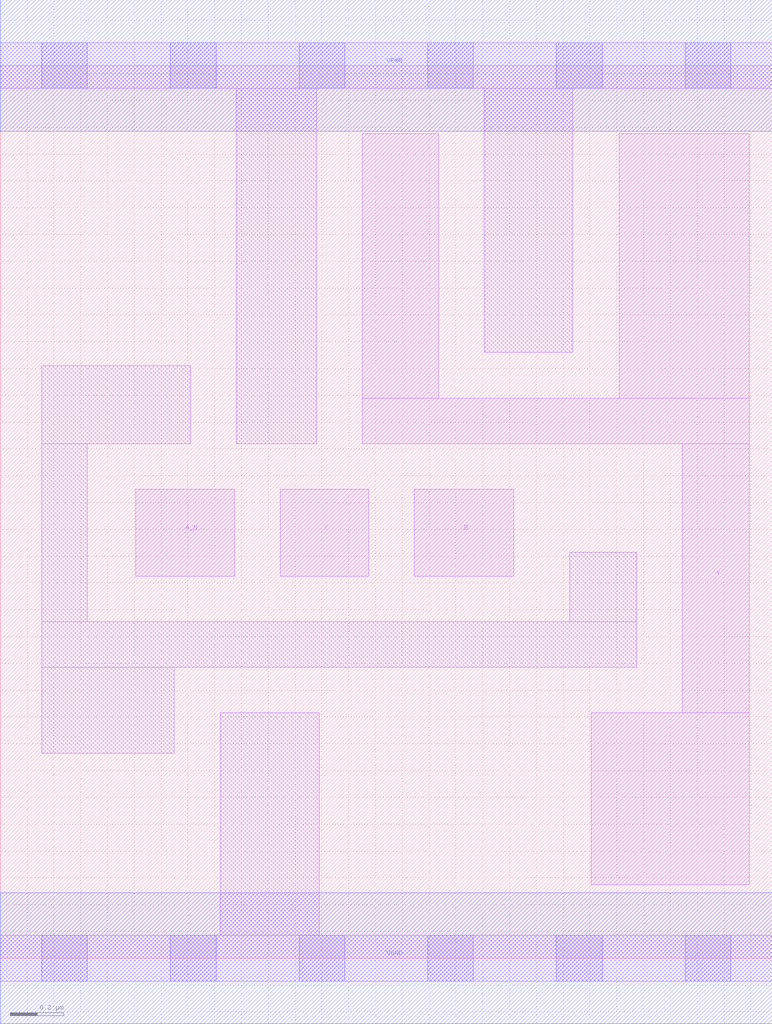
<source format=lef>
# Copyright 2020 The SkyWater PDK Authors
#
# Licensed under the Apache License, Version 2.0 (the "License");
# you may not use this file except in compliance with the License.
# You may obtain a copy of the License at
#
#     https://www.apache.org/licenses/LICENSE-2.0
#
# Unless required by applicable law or agreed to in writing, software
# distributed under the License is distributed on an "AS IS" BASIS,
# WITHOUT WARRANTIES OR CONDITIONS OF ANY KIND, either express or implied.
# See the License for the specific language governing permissions and
# limitations under the License.
#
# SPDX-License-Identifier: Apache-2.0

VERSION 5.7 ;
  NOWIREEXTENSIONATPIN ON ;
  DIVIDERCHAR "/" ;
  BUSBITCHARS "[]" ;
UNITS
  DATABASE MICRONS 200 ;
END UNITS
MACRO sky130_fd_sc_lp__nand3b_1
  CLASS CORE ;
  FOREIGN sky130_fd_sc_lp__nand3b_1 ;
  ORIGIN  0.000000  0.000000 ;
  SIZE  2.880000 BY  3.330000 ;
  SYMMETRY X Y R90 ;
  SITE unit ;
  PIN A_N
    ANTENNAGATEAREA  0.126000 ;
    DIRECTION INPUT ;
    USE SIGNAL ;
    PORT
      LAYER li1 ;
        RECT 0.505000 1.425000 0.875000 1.750000 ;
    END
  END A_N
  PIN B
    ANTENNAGATEAREA  0.315000 ;
    DIRECTION INPUT ;
    USE SIGNAL ;
    PORT
      LAYER li1 ;
        RECT 1.545000 1.425000 1.915000 1.750000 ;
    END
  END B
  PIN C
    ANTENNAGATEAREA  0.315000 ;
    DIRECTION INPUT ;
    USE SIGNAL ;
    PORT
      LAYER li1 ;
        RECT 1.045000 1.425000 1.375000 1.750000 ;
    END
  END C
  PIN Y
    ANTENNADIFFAREA  0.909300 ;
    DIRECTION OUTPUT ;
    USE SIGNAL ;
    PORT
      LAYER li1 ;
        RECT 1.350000 1.920000 2.795000 2.090000 ;
        RECT 1.350000 2.090000 1.635000 3.075000 ;
        RECT 2.205000 0.275000 2.795000 0.915000 ;
        RECT 2.310000 2.090000 2.795000 3.075000 ;
        RECT 2.545000 0.915000 2.795000 1.920000 ;
    END
  END Y
  PIN VGND
    DIRECTION INOUT ;
    USE GROUND ;
    PORT
      LAYER met1 ;
        RECT 0.000000 -0.245000 2.880000 0.245000 ;
    END
  END VGND
  PIN VPWR
    DIRECTION INOUT ;
    USE POWER ;
    PORT
      LAYER met1 ;
        RECT 0.000000 3.085000 2.880000 3.575000 ;
    END
  END VPWR
  OBS
    LAYER li1 ;
      RECT 0.000000 -0.085000 2.880000 0.085000 ;
      RECT 0.000000  3.245000 2.880000 3.415000 ;
      RECT 0.155000  0.765000 0.650000 1.085000 ;
      RECT 0.155000  1.085000 2.375000 1.255000 ;
      RECT 0.155000  1.255000 0.325000 1.920000 ;
      RECT 0.155000  1.920000 0.710000 2.210000 ;
      RECT 0.820000  0.085000 1.190000 0.915000 ;
      RECT 0.880000  1.920000 1.180000 3.245000 ;
      RECT 1.805000  2.260000 2.135000 3.245000 ;
      RECT 2.125000  1.255000 2.375000 1.515000 ;
    LAYER mcon ;
      RECT 0.155000 -0.085000 0.325000 0.085000 ;
      RECT 0.155000  3.245000 0.325000 3.415000 ;
      RECT 0.635000 -0.085000 0.805000 0.085000 ;
      RECT 0.635000  3.245000 0.805000 3.415000 ;
      RECT 1.115000 -0.085000 1.285000 0.085000 ;
      RECT 1.115000  3.245000 1.285000 3.415000 ;
      RECT 1.595000 -0.085000 1.765000 0.085000 ;
      RECT 1.595000  3.245000 1.765000 3.415000 ;
      RECT 2.075000 -0.085000 2.245000 0.085000 ;
      RECT 2.075000  3.245000 2.245000 3.415000 ;
      RECT 2.555000 -0.085000 2.725000 0.085000 ;
      RECT 2.555000  3.245000 2.725000 3.415000 ;
  END
END sky130_fd_sc_lp__nand3b_1
END LIBRARY

</source>
